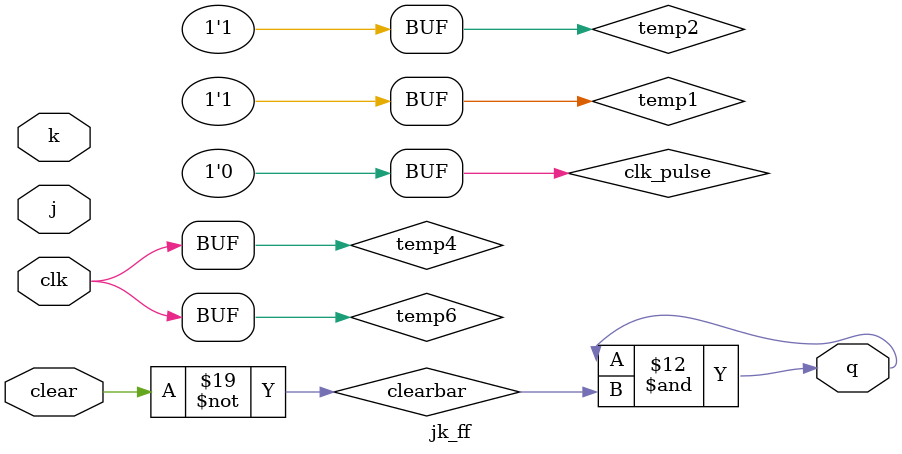
<source format=v>
module binary_counter(output [3:0] count,input clk,input clr,input[3:0] limit);
    wire q0,q1,q2,q3;
    
    wire j,k;
    
    assign j=(count<limit)?1'b1:1'b0;
    assign k=(count<limit)?1'b1:1'b0;
    jk_ff f0(q0,j,k,clk,clr);
    jk_ff f1(q1,j,k,q0,clr);
    jk_ff f2(q2,j,k,q1,clr);
    jk_ff f3(q3,j,k,q2,clr);

    
    assign count={q3,q2,q1,q0};
endmodule

module jk_ff(output q,input j,input k,input clk,input clear);
    wire temp1,temp2,qbar;
    wire temp3,temp4;
    wire temp5,temp6,temp7,temp8;
    wire clearbar;
    
    not(temp3,clk);
    not(temp4,temp3);
    not(temp5,temp4);
    not(temp6,temp5);
    not(temp7,temp6);
    nor(clk_pulse,clk,temp5);
    
    not(clearbar,clear);
    
    nand(temp1,j,qbar,clk_pulse);
    nand(temp2,k,q,clk_pulse);    
    nand(q,qbar,temp1);
    nand(qbar,q,temp2,clearbar);    
        
    
endmodule

</source>
